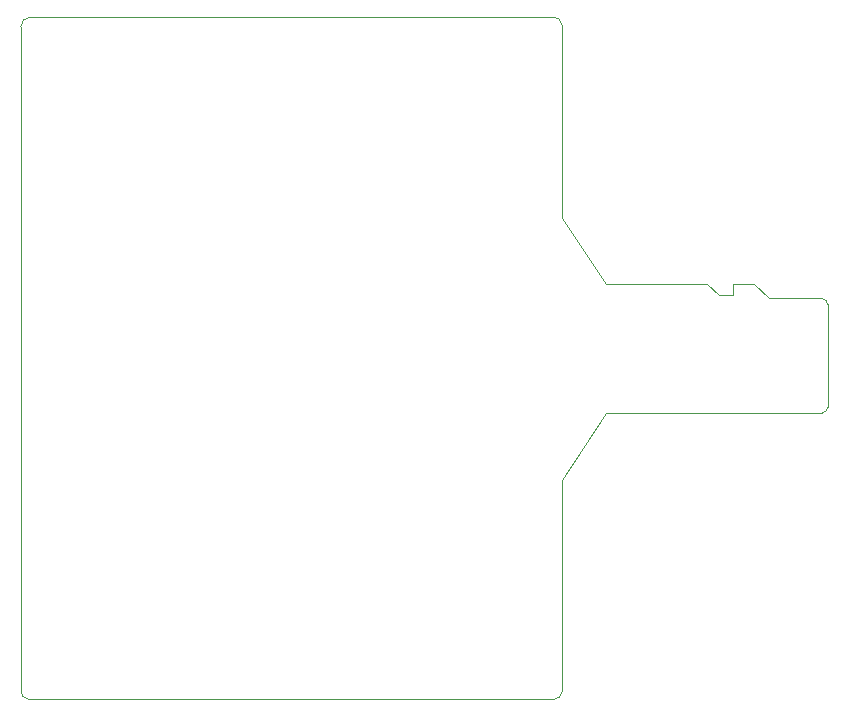
<source format=gbr>
%TF.GenerationSoftware,KiCad,Pcbnew,7.0.5*%
%TF.CreationDate,2023-08-14T22:02:20+09:00*%
%TF.ProjectId,sdcdmuxemmc,73646364-6d75-4786-956d-6d632e6b6963,rev?*%
%TF.SameCoordinates,Original*%
%TF.FileFunction,Profile,NP*%
%FSLAX46Y46*%
G04 Gerber Fmt 4.6, Leading zero omitted, Abs format (unit mm)*
G04 Created by KiCad (PCBNEW 7.0.5) date 2023-08-14 22:02:20*
%MOMM*%
%LPD*%
G01*
G04 APERTURE LIST*
%TA.AperFunction,Profile*%
%ADD10C,0.100000*%
%TD*%
%TA.AperFunction,Profile*%
%ADD11C,0.120000*%
%TD*%
G04 APERTURE END LIST*
D10*
X159509955Y-125870000D02*
G75*
G03*
X160165000Y-126565025I696245J0D01*
G01*
X205320000Y-85800000D02*
X205320000Y-69500000D01*
X160300000Y-68805235D02*
G75*
G03*
X159505251Y-69604973I0J-794765D01*
G01*
X160300000Y-68805234D02*
X204600000Y-68800000D01*
X205320029Y-69500000D02*
G75*
G03*
X204599869Y-68795445I-700029J4800D01*
G01*
X205345000Y-108000000D02*
X205345000Y-125865025D01*
X204645025Y-126565025D02*
X160165000Y-126565025D01*
X159510000Y-125870000D02*
X159504975Y-69604975D01*
X204645025Y-126565025D02*
G75*
G03*
X205345025Y-125865025I-25J700025D01*
G01*
D11*
%TO.C,J102*%
X221620000Y-91425000D02*
X219820000Y-91425000D01*
X221620000Y-91425000D02*
X222820000Y-92625000D01*
X219820000Y-91425000D02*
X219820000Y-92325000D01*
X217620000Y-91425000D02*
X209070000Y-91425000D01*
X209070000Y-91425000D02*
X205320000Y-85800000D01*
X219820000Y-92325000D02*
X218620000Y-92325000D01*
X218620000Y-92325000D02*
X217620000Y-91425000D01*
X222820000Y-92625000D02*
X227316447Y-92628553D01*
X227820000Y-96825000D02*
X227816447Y-93128553D01*
X227820000Y-96825000D02*
X227816447Y-101821447D01*
X209070000Y-102325000D02*
X227316447Y-102321447D01*
X209070000Y-102325000D02*
X205345000Y-108000000D01*
X227816447Y-93128553D02*
G75*
G03*
X227316447Y-92628553I-500001J-1D01*
G01*
X227316447Y-102321447D02*
G75*
G03*
X227816447Y-101821447I-47J500047D01*
G01*
%TD*%
M02*

</source>
